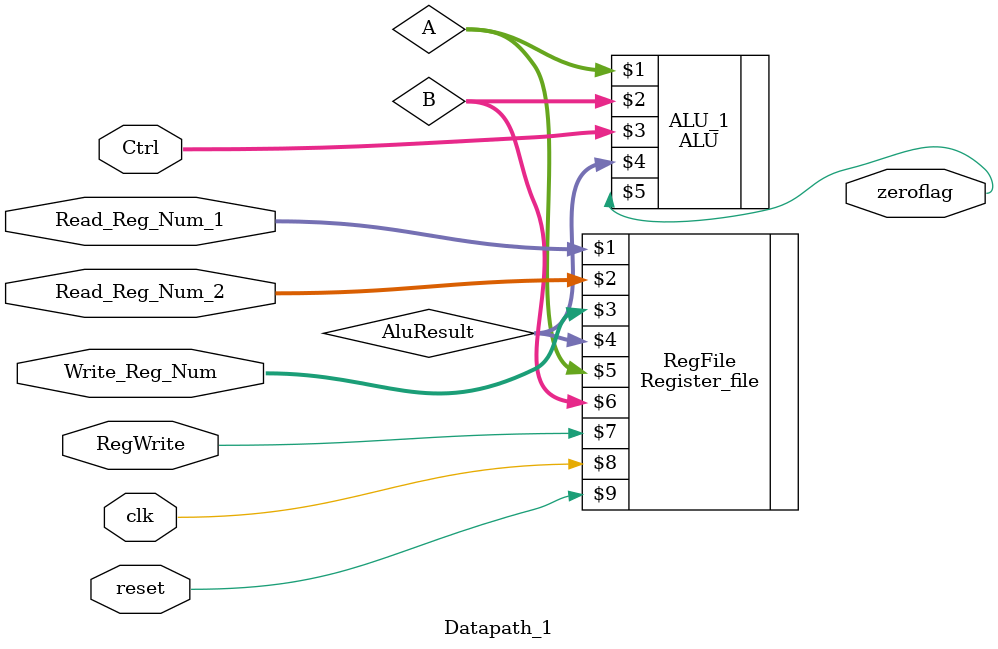
<source format=v>
module Datapath_1(
	input [4:0] Read_Reg_Num_1,
	input [4:0] Read_Reg_Num_2,
	input [4:0] Write_Reg_Num,
	input RegWrite,
	input clk,
	input reset,
	input [3:0] Ctrl,
	output zeroflag
	);
	
wire [31:0] A;
wire [31:0] B;
wire [31:0] AluResult;

Register_file RegFile(Read_Reg_Num_1, Read_Reg_Num_2, Write_Reg_Num, AluResult, A, B, RegWrite, clk, reset);
ALU ALU_1(A, B,Ctrl, AluResult, zeroflag);

endmodule
</source>
